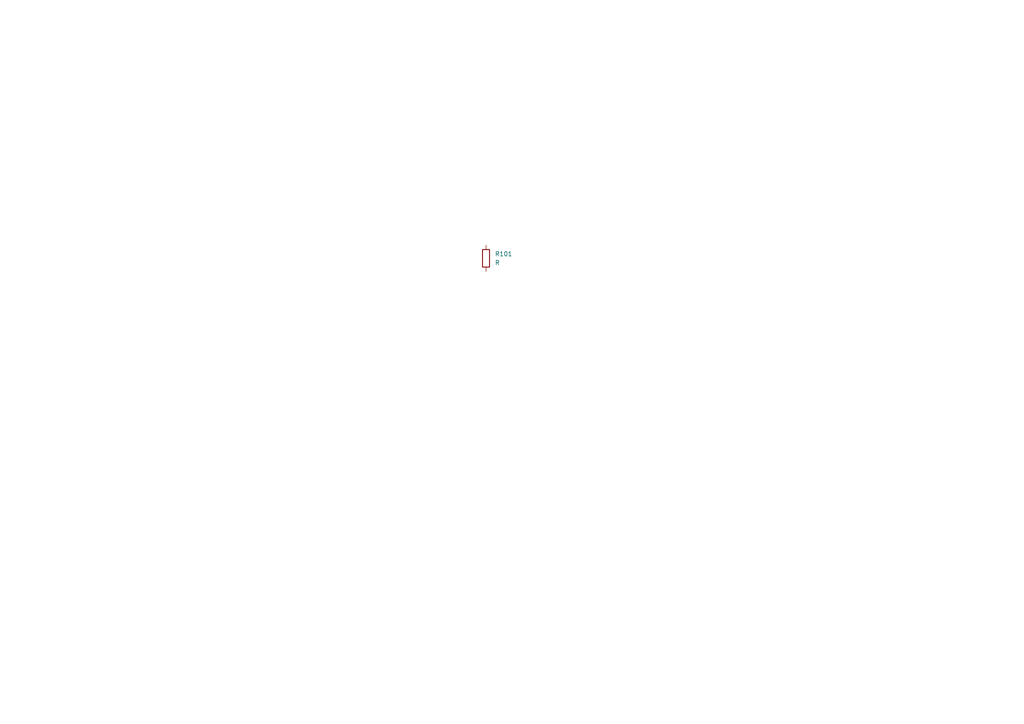
<source format=kicad_sch>
(kicad_sch (version 20231120) (generator "eeschema") (generator_version "8.0")
  (paper "A4")
  (lib_symbols
    (symbol "Device:R" (pin_numbers hide) (pin_names (offset 0))
      (property "Reference" "R" (at 2.032 0 90))
      (property "Value" "R" (at 0 0 90))
      (symbol "R_0_1"
        (rectangle (start -1.016 -2.54) (end 1.016 2.54) (stroke (width 0.254)))
      )
      (symbol "R_1_1"
        (pin passive line (at 0 3.81 270) (length 1.27) (name "~") (number "1"))
        (pin passive line (at 0 -3.81 90) (length 1.27) (name "~") (number "2"))
      )
    )
  )
  (symbol (lib_id "Device:R") (at 140.97 74.93 0) (unit 1)
    (property "Reference" "R101" (at 143.51 73.6599 0) (effects (justify left)))
    (property "Value" "R" (at 143.51 76.1999 0) (effects (justify left)))
    (property "Description" "Resistor" (effects (hide yes)))
  )
)
</source>
